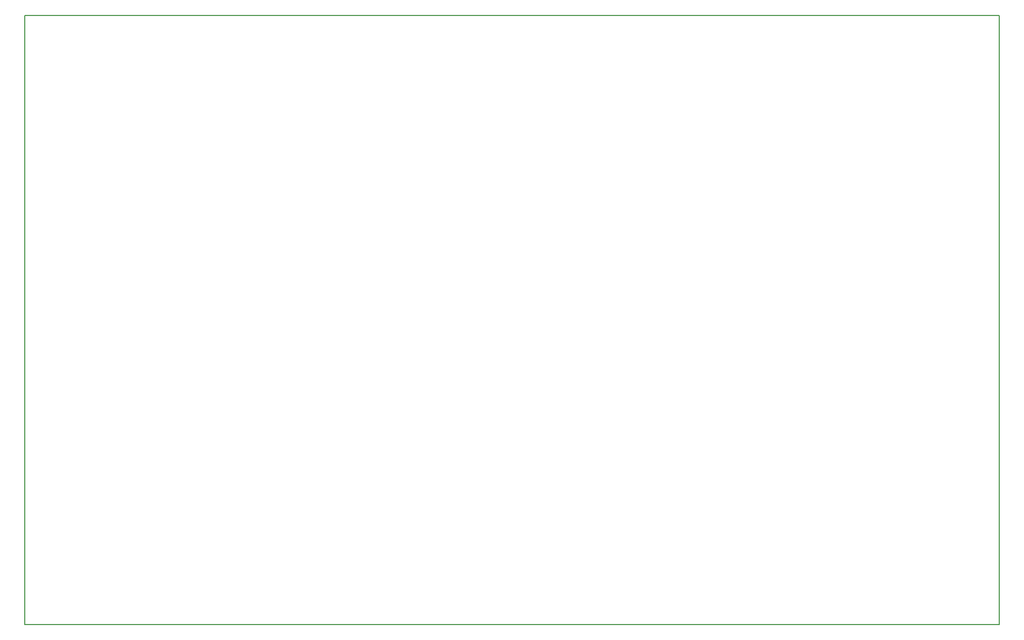
<source format=gbr>
G04 #@! TF.GenerationSoftware,KiCad,Pcbnew,(5.1.9)-1*
G04 #@! TF.CreationDate,2021-03-21T20:31:31+01:00*
G04 #@! TF.ProjectId,PFD_HMC439QS16G,5046445f-484d-4433-9433-395153313647,1.2*
G04 #@! TF.SameCoordinates,Original*
G04 #@! TF.FileFunction,Profile,NP*
%FSLAX46Y46*%
G04 Gerber Fmt 4.6, Leading zero omitted, Abs format (unit mm)*
G04 Created by KiCad (PCBNEW (5.1.9)-1) date 2021-03-21 20:31:31*
%MOMM*%
%LPD*%
G01*
G04 APERTURE LIST*
G04 #@! TA.AperFunction,Profile*
%ADD10C,0.150000*%
G04 #@! TD*
G04 APERTURE END LIST*
D10*
X70000000Y-50000000D02*
X70000000Y-150000000D01*
X230000000Y-50000000D02*
X70000000Y-50000000D01*
X230000000Y-150000000D02*
X230000000Y-50000000D01*
X70000000Y-150000000D02*
X230000000Y-150000000D01*
M02*

</source>
